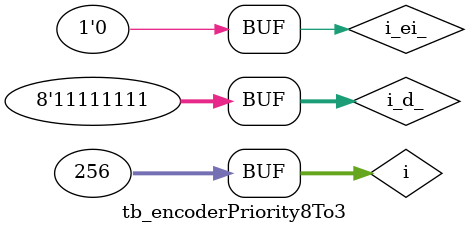
<source format=v>
module tb_encoderPriority8To3;
reg i_ei_;
reg [7:0] i_d_;
wire [2:0] o_a_;
wire o_gs_;
wire o_eo_;
integer i;

initial begin
    i_ei_ = 1'b1;
    i_d_ = 8'hff;
    #1;

    for (i = 0; i <= 8'hff; i = i + 1) begin
        i_ei_ = 1'b0;
        i_d_ = i;
        #1;
    end
end

encoderPriority8To3 dut(
    .enable_in_(i_ei_),
    .signal_i_(i_d_),
    .signal_o_(o_a_),
    .group_signal_(o_gs_),
    .enable_out_(o_eo_)
);

endmodule

</source>
